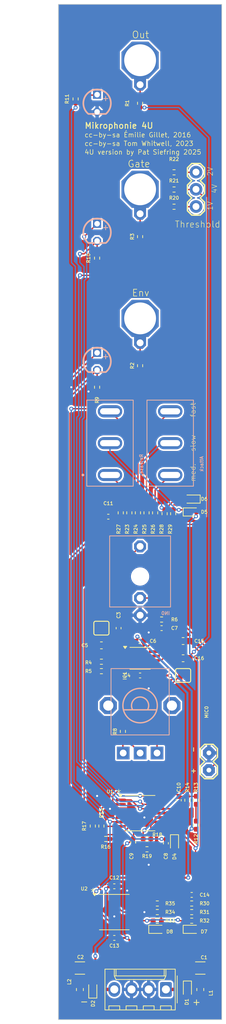
<source format=kicad_pcb>
(kicad_pcb (version 20240108) (generator "pcbnew") (generator_version "8.0")
  (layers (0 "F.Cu" signal) (31 "B.Cu" signal) (34 "B.Paste" user) (35 "F.Paste" user) (36 "B.SilkS" user "B.Silkscreen") (37 "F.SilkS" user "F.Silkscreen") (38 "B.Mask" user) (39 "F.Mask" user) (44 "Edge.Cuts" user))
  (net 0 "")
  (net 1 "GND")
  (net 2 "VEE")
  (net 3 "VCC")
  (net 4 "N$6")
  (net 5 "N$20")
  (net 6 "N$22")
  (net 7 "N$44")
  (net 8 "N$7")
  (net 9 "AMP_OUT")
  (net 10 "N$5")
  (net 11 "N$11")
  (net 12 "N$12")
  (net 13 "N$3")
  (net 14 "N$14")
  (net 15 "FULL_WAVE_RECT")
  (net 16 "N$18")
  (net 17 "N$19")
  (net 18 "N$21")
  (net 19 "N$23")
  (net 20 "N$24")
  (net 21 "N$25")
  (net 22 "N$26")
  (net 23 "ENVELOPE")
  (net 24 "N$16")
  (net 25 "N$30")
  (net 26 "N$17")
  (net 27 "~{GATE}")
  (net 28 "N$32")
  (net 29 "N$33")
  (net 30 "N$35")
  (net 31 "N$36")
  (net 32 "N$8")
  (net 33 "N$27")
  (net 34 "N$37")
  (net 35 "N$38")
  (net 36 "GATE")
  (net 37 "N$28")
  (net 38 "N$31")
  (net 39 "CLIP")
  (net 40 "N$2")
  (net 41 "N$4")
  (net 42 "N$39")
  (net 43 "N$9")
  (net 44 "N$13")
  (net 45 "N$10")
  (net 46 "AMP_OUT_AC")
  (net 47 "N$15")
  (footprint "Resistor_SMD:R_0402_1005Metric_Pad0.72x0.64mm_HandSolder" (layer "F.Cu") (at 102.87 160.655 180)
    (property "Reference" "R31")
    (property "Value" "200k")
  )
  (footprint "Resistor_SMD:R_0402_1005Metric_Pad0.72x0.64mm_HandSolder" (layer "F.Cu") (at 92.391 101.727 -90)
    (property "Reference" "R27")
    (property "Value" "1.0M")
  )
  (footprint "Resistor_SMD:R_0402_1005Metric_Pad0.72x0.64mm_HandSolder" (layer "F.Cu") (at 102.87 161.925 180)
    (property "Reference" "R32")
    (property "Value" "200k")
  )
  (footprint "Resistor_SMD:R_0402_1005Metric_Pad0.72x0.64mm_HandSolder" (layer "F.Cu") (at 98.425 117.475)
    (property "Reference" "R6")
    (property "Value" "10k")
  )
  (footprint "Capacitor_SMD:C_0603_1608Metric_Pad1.08x0.95mm_HandSolder" (layer "F.Cu") (at 89.535 121.285 180)
    (property "Reference" "C5")
    (property "Value" "4.7u" (hide yes))
  )
  (footprint "Resistor_SMD:R_0402_1005Metric_Pad0.72x0.64mm_HandSolder" (layer "F.Cu") (at 88.9 64.135 90)
    (property "Reference" "R10")
    (property "Value" "LED")
  )
  (footprint "Resistor_SMD:R_0402_1005Metric_Pad0.72x0.64mm_HandSolder" (layer "F.Cu") (at 89.535 123.698 180)
    (property "Reference" "R4")
    (property "Value" "10k")
  )
  (footprint "Capacitor_SMD:C_0603_1608Metric_Pad1.08x0.95mm_HandSolder" (layer "F.Cu") (at 101.6 120.65)
    (property "Reference" "C15")
    (property "Value" "4.7u" (hide yes))
  )
  (footprint "Capacitor_SMD:C_0402_1005Metric_Pad0.74x0.62mm_HandSolder" (layer "F.Cu") (at 95.25 125.73 180)
    (property "Reference" "C4")
    (property "Value" "100n")
  )
  (footprint "Resistor_SMD:R_0402_1005Metric_Pad0.72x0.64mm_HandSolder" (layer "F.Cu") (at 100.138 101.854 -90)
    (property "Reference" "R29")
    (property "Value" "100k")
  )
  (footprint "Capacitor_SMD:C_0402_1005Metric_Pad0.74x0.62mm_HandSolder" (layer "F.Cu") (at 91.44 164.465 180)
    (property "Reference" "C13")
    (property "Value" "100n")
  )
  (footprint "Resistor_SMD:R_0402_1005Metric_Pad0.72x0.64mm_HandSolder" (layer "F.Cu") (at 88.9 83.185 -90)
    (property "Reference" "R9")
    (property "Value" "LED")
  )
  (footprint "Inductor_SMD:L_0603_1608Metric_Pad1.05x0.95mm_HandSolder" (layer "F.Cu") (at 86.36 172.085 -90)
    (property "Reference" "L2")
    (property "Value" "")
  )
  (footprint "Resistor_SMD:R_0402_1005Metric_Pad0.72x0.64mm_HandSolder" (layer "F.Cu") (at 102.87 159.385)
    (property "Reference" "R30")
    (property "Value" "200k")
  )
  (footprint "Capacitor_SMD:C_0402_1005Metric_Pad0.74x0.62mm_HandSolder" (layer "F.Cu") (at 96.266 149.86 180)
    (property "Reference" "R18")
    (property "Value" "20k")
  )
  (footprint "Resistor_SMD:R_0402_1005Metric_Pad0.72x0.64mm_HandSolder" (layer "F.Cu") (at 97.471 101.727 -90)
    (property "Reference" "R26")
    (property "Value" "20k")
  )
  (footprint "Resistor_SMD:R_0402_1005Metric_Pad0.72x0.64mm_HandSolder" (layer "F.Cu") (at 96.266 151.384)
    (property "Reference" "R19")
    (property "Value" "100k")
  )
  (footprint "Capacitor_SMD:C_0402_1005Metric_Pad0.74x0.62mm_HandSolder" (layer "F.Cu") (at 90.5535 102.2945 180)
    (property "Reference" "C11")
    (property "Value" "1u")
  )
  (footprint "Diode_SMD:D_SOD-523" (layer "F.Cu") (at 102.87 163.195)
    (property "Reference" "D7")
    (property "Value" "1N4148" (hide yes))
  )
  (footprint "Package_SO:TSSOP-14_4.4x5mm_P0.65mm" (layer "F.Cu") (at 95.25 146.05)
    (property "Reference" "U1")
    (property "Value" "LM324")
  )
  (footprint "Capacitor_SMD:C_0402_1005Metric_Pad0.74x0.62mm_HandSolder" (layer "F.Cu") (at 100.965 144.145 -90)
    (property "Reference" "C10")
    (property "Value" "68p")
  )
  (footprint "Resistor_SMD:R_0402_1005Metric_Pad0.72x0.64mm_HandSolder" (layer "F.Cu") (at 100.2625 56.5468 180)
    (property "Reference" "R20")
    (property "Value" "100k")
  )
  (footprint "Capacitor_SMD:C_1206_3216Metric_Pad1.33x1.80mm_HandSolder" (layer "F.Cu") (at 104.14 168.91)
    (property "Reference" "C1")
    (property "Value" "22u" (hide yes))
  )
  (footprint "Capacitor_SMD:C_0402_1005Metric_Pad0.74x0.62mm_HandSolder" (layer "F.Cu") (at 92.075 118.745 90)
    (property "Reference" "C3")
    (property "Value" "68p")
  )
  (footprint "Resistor_SMD:R_0402_1005Metric_Pad0.72x0.64mm_HandSolder" (layer "F.Cu") (at 103.505 144.145 90)
    (property "Reference" "R13")
    (property "Value" "200k")
  )
  (footprint "mikrophonie_2023:SMT-JUMPER_2_NO_SILK_528" (layer "F.Cu") (at 101.6 125.73)
    (property "Reference" "JP6" (hide yes))
    (property "Value" "JUMPER-SMT_2_NO_SILK" (hide yes))
  )
  (footprint "Resistor_SMD:R_0402_1005Metric_Pad0.72x0.64mm_HandSolder" (layer "F.Cu") (at 102.235 144.145 -90)
    (property "Reference" "R14")
    (property "Value" "200k")
  )
  (footprint "Resistor_SMD:R_0402_1005Metric_Pad0.72x0.64mm_HandSolder" (layer "F.Cu") (at 93.661 101.727 -90)
    (property "Reference" "R23")
    (property "Value" "100k")
  )
  (footprint "Capacitor_SMD:C_0402_1005Metric_Pad0.74x0.62mm_HandSolder" (layer "F.Cu") (at 95.1825 120.65 180)
    (property "Reference" "C6")
    (property "Value" "100n")
  )
  (footprint "Library:BananaJackHookup" (layer "F.Cu") (at 95.25 73.025)
    (property "Reference" "REF**" (hide yes))
    (property "Value" "BananaJackHookup" (hide yes))
  )
  (footprint "Capacitor_SMD:C_0402_1005Metric_Pad0.74x0.62mm_HandSolder" (layer "F.Cu") (at 102.87 158.115)
    (property "Reference" "C14")
    (property "Value" "1.0n")
  )
  (footprint "Library:BananaJackHookup" (layer "F.Cu") (at 95.25 53.975)
    (property "Reference" "REF**" (hide yes))
    (property "Value" "BananaJackHookup" (hide yes))
  )
  (footprint "Package_SO:TSSOP-14_4.4x5mm_P0.65mm" (layer "F.Cu") (at 91.44 160.655)
    (property "Reference" "U2")
    (property "Value" "LM324")
  )
  (footprint "Diode_SMD:D_SOD-523" (layer "F.Cu") (at 88.265 172.085 90)
    (property "Reference" "D2")
    (property "Value" "PMEG2010AEB" (hide yes))
  )
  (footprint "Capacitor_SMD:C_1206_3216Metric_Pad1.33x1.80mm_HandSolder" (layer "F.Cu") (at 86.36 168.91)
    (property "Reference" "C2")
    (property "Value" "22u" (hide yes))
  )
  (footprint "Resistor_SMD:R_0402_1005Metric_Pad0.72x0.64mm_HandSolder" (layer "F.Cu") (at 95.25 60.96 90)
    (property "Reference" "R3")
    (property "Value" "510")
  )
  (footprint "Resistor_SMD:R_0402_1005Metric_Pad0.72x0.64mm_HandSolder" (layer "F.Cu") (at 95.25 80.01 90)
    (property "Reference" "R2")
    (property "Value" "510")
  )
  (footprint "Package_SO:MSOP-8_3x3mm_P0.65mm" (layer "F.Cu") (at 95.25 123.19)
    (property "Reference" "IC1")
    (property "Value" "OPA1641" (hide yes))
  )
  (footprint "Resistor_SMD:R_0402_1005Metric_Pad0.72x0.64mm_HandSolder" (layer "F.Cu") (at 96.201 101.727 -90)
    (property "Reference" "R25")
    (property "Value" "2.7k")
  )
  (footprint "Resistor_SMD:R_0402_1005Metric_Pad0.72x0.64mm_HandSolder" (layer "F.Cu") (at 95.25 41.275 90)
    (property "Reference" "R1")
    (property "Value" "510")
  )
  (footprint "Resistor_SMD:R_0402_1005Metric_Pad0.72x0.64mm_HandSolder" (layer "F.Cu") (at 98.868 101.854 -90)
    (property "Reference" "R28")
    (property "Value" "430k")
  )
  (footprint "Capacitor_SMD:C_0402_1005Metric_Pad0.74x0.62mm_HandSolder" (layer "F.Cu") (at 91.44 156.845 180)
    (property "Reference" "C12")
    (property "Value" "100n")
  )
  (footprint "Inductor_SMD:L_0603_1608Metric_Pad1.05x0.95mm_HandSolder" (layer "F.Cu") (at 104.14 172.085 -90)
    (property "Reference" "L1")
    (property "Value" "")
  )
  (footprint "Resistor_SMD:R_0402_1005Metric_Pad0.72x0.64mm_HandSolder" (layer "F.Cu") (at 89.535 125.095 180)
    (property "Reference" "R5")
    (property "Value" "1.0M")
  )
  (footprint "Capacitor_SMD:C_0402_1005Metric_Pad0.74x0.62mm_HandSolder" (layer "F.Cu") (at 99.06 150.495 -90)
    (property "Reference" "C8")
    (property "Value" "1u")
  )
  (footprint "Resistor_SMD:R_0402_1005Metric_Pad0.72x0.64mm_HandSolder" (layer "F.Cu") (at 89.535 147.955 90)
    (property "Reference" "R15")
    (property "Value" "200k")
  )
  (footprint "Resistor_SMD:R_0402_1005Metric_Pad0.72x0.64mm_HandSolder" (layer "F.Cu") (at 103.505 147.828 -90)
    (property "Reference" "R12")
    (property "Value" "100k")
  )
  (footprint "Library:BananaJackHookup" (layer "F.Cu") (at 95.25 34.925)
    (property "Reference" "REF**" (hide yes))
    (property "Value" "BananaJackHookup" (hide yes))
  )
  (footprint "Diode_SMD:D_SOD-523" (layer "F.Cu") (at 97.79 163.195)
    (property "Reference" "D8")
    (property "Value" "1N4148" (hide yes))
  )
  (footprint "Capacitor_SMD:C_0603_1608Metric_Pad1.08x0.95mm_HandSolder" (layer "F.Cu") (at 101.6 123.19)
    (property "Reference" "C16")
    (property "Value" "4.7u" (hide yes))
  )
  (footprint "Resistor_SMD:R_0402_1005Metric_Pad0.72x0.64mm_HandSolder" (layer "F.Cu") (at 100.2625 51.4668 180)
    (property "Reference" "R22")
    (property "Value" "20k")
  )
  (footprint "mikrophonie_2023:1X02_TINY" (layer "F.Cu") (at 105.41 137.16 -90)
    (property "Reference" "MIC0")
    (property "Value" "")
  )
  (footprint "mikrophonie_2023:1X03" (layer "F.Cu") (at 103.505 51.435 -90)
    (property "Reference" "JP2" (hide yes))
    (property "Value" "")
  )
  (footprint "Resistor_SMD:R_0402_1005Metric_Pad0.72x0.64mm_HandSolder" (layer "F.Cu") (at 90.17 149.86 180)
    (property "Reference" "R16")
    (property "Value" "200k")
  )
  (footprint "Resistor_SMD:R_0402_1005Metric_Pad0.72x0.64mm_HandSolder" (layer "F.Cu") (at 94.931 101.727 -90)
    (property "Reference" "R24")
    (property "Value" "10k")
  )
  (footprint "Resistor_SMD:R_0402_1005Metric_Pad0.72x0.64mm_HandSolder" (layer "F.Cu") (at 92.71 133.985 90)
    (property "Reference" "R8")
    (property "Value" "510")
  )
  (footprint "Resistor_SMD:R_0402_1005Metric_Pad0.72x0.64mm_HandSolder" (layer "F.Cu") (at 85.725 40.64 -90)
    (property "Reference" "R11")
    (property "Value" "LED")
  )
  (footprint "Diode_SMD:D_SOD-523" (layer "F.Cu") (at 102.87 99.695 180)
    (property "Reference" "D6")
    (property "Value" "1N4148" (hide yes))
  )
  (footprint "Capacitor_SMD:C_0402_1005Metric_Pad0.74x0.62mm_HandSolder" (layer "F.Cu") (at 94.234 150.368 -90)
    (property "Reference" "C9")
    (property "Value" "100n")
  )
  (footprint "Connector_Molex:Molex_KK-254_AE-6410-04A_1x04_P2.54mm_Vertical" (layer "F.Cu") (at 99.06 172.065 180)
    (property "Reference" "REF**" (hide yes))
    (property "Value" "Molex_KK-254_AE-6410-04A_1x04_P2.54mm_Vertical" (hide yes))
  )
  (footprint "Resistor_SMD:R_0402_1005Metric_Pad0.72x0.64mm_HandSolder" (layer "F.Cu") (at 97.79 161.925)
    (property "Reference" "R33")
    (property "Value" "100k")
  )
  (footprint "Resistor_SMD:R_0402_1005Metric_Pad0.72x0.64mm_HandSolder" (layer "F.Cu") (at 100.2625 54.0068 180)
    (property "Reference" "R21")
    (property "Value" "100k")
  )
  (footprint "mikrophonie_2023:SMT-JUMPER_2_NO_SILK_528" (layer "F.Cu") (at 89.535 118.745 180)
    (property "Reference" "JP5" (hide yes))
    (property "Value" "JUMPER-SMT_2_NO_SILK" (hide yes))
  )
  (footprint "Capacitor_SMD:C_0402_1005Metric_Pad0.74x0.62mm_HandSolder" (layer "F.Cu") (at 98.425 118.745)
    (property "Reference" "C7")
    (property "Value" "22p")
  )
  (footprint "Resistor_SMD:R_0402_1005Metric_Pad0.72x0.64mm_HandSolder" (layer "F.Cu") (at 88.265 147.955 90)
    (property "Reference" "R17")
    (property "Value" "200k")
  )
  (footprint "Diode_SMD:D_SOD-523" (layer "F.Cu") (at 102.87 101.6)
    (property "Reference" "D5")
    (property "Value" "1N4148" (hide yes))
  )
  (footprint "Resistor_SMD:R_0402_1005Metric_Pad0.72x0.64mm_HandSolder" (layer "F.Cu") (at 97.79 159.385 180)
    (property "Reference" "R35")
    (property "Value" "100k")
  )
  (footprint "Resistor_SMD:R_0402_1005Metric_Pad0.72x0.64mm_HandSolder" (layer "F.Cu") (at 97.79 160.655 180)
    (property "Reference" "R34")
    (property "Value" "100k")
  )
  (footprint "Diode_SMD:D_SOD-523" (layer "F.Cu") (at 100.33 150.495 -90)
    (property "Reference" "D4")
    (property "Value" "1N4148" (hide yes))
  )
  (footprint "Diode_SMD:D_SOD-523" (layer "F.Cu") (at 102.235 172.085 -90)
    (property "Reference" "D1")
    (property "Value" "PMEG2010AEB" (hide yes))
  )
  (footprint "mikrophonie_2023:LED3MM" (layer "B.Cu") (at 88.9 41.275 -90)
    (property "Reference" "LED1" (hide yes))
    (property "Value" "WP710A10SEC/J3" (hide yes))
  )
  (footprint "mikrophonie_2023:LED3MM" (layer "B.Cu") (at 88.9 60.325 -90)
    (property "Reference" "LED3_GATE0" (hide yes))
    (property "Value" "WP710A10SEC/J4" (hide yes))
  )
  (footprint "mikrophonie_2023:ALPS_POT_VERTICAL_PS" (layer "B.Cu") (at 95.25 130.175)
    (property "Reference" "R7" (hide yes))
    (property "Value" "100kB")
  )
  (footprint "mikrophonie_2023:WQP_PJ_301M6" (layer "B.Cu") (at 95.25 111.125 180)
    (property "Reference" "IN0")
    (property "Value" "PJ301_THONKICONN6" (hide yes))
  )
  (footprint "Library:PanelMountSwitch4.7mm" (layer "B.Cu") (at 99.695 91.44 90)
    (property "Reference" "Attack")
    (property "Value" "PanelMountSwitch4.7mm")
  )
  (footprint "mikrophonie_2023:LED3MM" (layer "B.Cu") (at 88.9 79.375 -90)
    (property "Reference" "LED2_ENV0" (hide yes))
    (property "Value" "AOL-3MWY4" (hide yes))
  )
  (footprint "Library:PanelMountSwitch4.7mm" (layer "B.Cu") (at 90.805 91.44 90)
    (property "Reference" "Release")
    (property "Value" "PanelMountSwitch4.7mm")
  )
  (gr_rect (start 83.185 26.67) (end 107.315 176.53) (stroke (width 0.1)) (fill none) (layer "Edge.Cuts"))
  (gr_text "-" (at 103.505 137.16 90) (layer "F.SilkS") (effects (font (size 0.69088 0.69088) (thickness 0.12192)) (justify left bottom)))
  (gr_text "Threshold" (at 100.33 59.69 0) (layer "F.SilkS") (effects (font (size 0.93472 0.93472) (thickness 0.08128)) (justify left bottom)))
  (gr_text "4U version by Pat Siefring 2025" (at 86.995 48.895 0) (layer "F.SilkS") (effects (font (size 0.692912 0.692912) (thickness 0.094488)) (justify left bottom)))
  (gr_text "med." (at 103.505 97.155 -270) (layer "F.SilkS") (effects (font (size 0.747776 0.747776) (thickness 0.065024)) (justify left bottom)))
  (gr_text "4V" (at 106.68 54.61 90) (layer "F.SilkS") (effects (font (size 0.747776 0.747776) (thickness 0.065024)) (justify left bottom)))
  (gr_text "2V" (at 106.045 52.07 90) (layer "F.SilkS") (effects (font (size 0.747776 0.747776) (thickness 0.065024)) (justify left bottom)))
  (gr_text "Mikrophonie 4U" (at 86.995 45.085 0) (layer "F.SilkS") (effects (font (size 0.8636 0.8636) (thickness 0.1524)) (justify left bottom)))
  (gr_text "+" (at 103.505 173.99 90) (layer "F.SilkS") (effects (font (size 1 1) (thickness 0.12192))))
  (gr_text "cc-by-sa Émilie Gillet, 2016" (at 86.995 46.355 -0) (layer "F.SilkS") (effects (font (size 0.692912 0.692912) (thickness 0.094488)) (justify left bottom)))
  (gr_text "slow" (at 103.505 92.71 -270) (layer "F.SilkS") (effects (font (size 0.747776 0.747776) (thickness 0.065024)) (justify left bottom)))
  (gr_text "1V" (at 106.045 57.15 90) (layer "F.SilkS") (effects (font (size 0.747776 0.747776) (thickness 0.065024)) (justify left bottom)))
  (gr_text "+" (at 103.505 140.335 90) (layer "F.SilkS") (effects (font (size 0.69088 0.69088) (thickness 0.12192)) (justify left bottom)))
  (gr_text "-" (at 86.995 173.99 180) (layer "F.SilkS") (effects (font (size 1 1) (thickness 0.12192))))
  (gr_text "cc-by-sa Tom Whitwell, 2023" (at 86.995 47.625 -0) (layer "F.SilkS") (effects (font (size 0.692912 0.692912) (thickness 0.094488)) (justify left bottom)))
  (gr_text "fast" (at 103.505 87.63 -270) (layer "F.SilkS") (effects (font (size 0.747776 0.747776) (thickness 0.065024)) (justify left bottom)))
  (via (at 88.9 143.51) (size 0.6) (drill 0.3) (layers "F.Cu" "B.Cu") (net 1))
  (via (at 95.885 146.685) (size 0.6) (drill 0.3) (layers "F.Cu" "B.Cu") (net 1))
  (via (at 90.805 145.415) (size 0.6) (drill 0.3) (layers "F.Cu" "B.Cu") (net 1))
  (via (at 96.52 153.67) (size 0.6) (drill 0.3) (layers "F.Cu" "B.Cu") (net 1))
  (via (at 93.345 157.48) (size 0.6) (drill 0.3) (layers "F.Cu" "B.Cu") (net 1))
  (via (at 95.885 160.655) (size 0.6) (drill 0.3) (layers "F.Cu" "B.Cu") (net 1))
  (via (at 96.52 127.635) (size 0.6) (drill 0.3) (layers "F.Cu" "B.Cu") (net 1))
  (via (at 85.09 83.185) (size 0.6) (drill 0.3) (layers "F.Cu" "B.Cu") (net 1))
  (via (at 91.44 161.29) (size 0.6) (drill 0.3) (layers "F.Cu" "B.Cu") (net 1))
  (via (at 96.52 119.38) (size 0.6) (drill 0.3) (layers "F.Cu" "B.Cu") (net 1))
  (via (at 87.63 83.82) (size 0.6) (drill 0.3) (layers "F.Cu" "B.Cu") (net 1))
  (segment (start 95.0111 123.4289) (end 94.275 124.165) (width 0.2) (layer "F.Cu") (net 2))
  (segment (start 86.36 171.185) (end 86.36 170.31) (width 0.5) (layer "F.Cu") (net 2))
  (segment (start 88.646 167.132) (end 88.646 168.024) (width 0.3) (layer "F.Cu") (net 2))
  (segment (start 94.275 124.165) (end 92.85 124.165) (width 0.2) (layer "F.Cu") (net 2))
  (segment (start 92.71 160.655) (end 94.3025 160.655) (width 0.2) (layer "F.Cu") (net 2))
  (segment (start 102.87 148.336) (end 103.4455 148.336) (width 0.3) (layer "F.Cu") (net 2))
  (segment (start 94.851027 120.413973) (end 94.615 120.65) (width 0.3) (layer "F.Cu") (net 2))
  (segment (start 90.8725 156.845) (end 90.6024 156.845) (width 0.3) (layer "F.Cu") (net 2))
  (segment (start 94.615 120.65) (end 95.25 121.285) (width 0.2) (layer "F.Cu") (net 2))
  (segment (start 88.646 168.024) (end 87.76 168.91) (width 0.3) (layer "F.Cu") (net 2))
  (segment (start 90.8725 158.8175) (end 92.71 160.655) (width 0.2) (layer "F.Cu") (net 2))
  (segment (start 90.6024 156.845) (end 90.2214 157.226) (width 0.3) (layer "F.Cu") (net 2))
  (segment (start 86.36 170.31) (end 87.76 168.91) (width 0.5) (layer "F.Cu") (net 2))
  (segment (start 95.0111 122.257439) (end 95.0111 123.4289) (width 0.2) (layer "F.Cu") (net 2))
  (segment (start 102.362 155.575) (end 92.1425 155.575) (width 0.3) (layer "F.Cu") (net 2))
  (segment (start 95.25 121.285) (end 95.25 122.018539) (width 0.2) (layer "F.Cu") (net 2))
  (segment (start 90.8725 156.845) (end 90.8725 158.8175) (width 0.2) (layer "F.Cu") (net 2))
  (segment (start 95.25 122.018539) (end 95.0111 122.257439) (width 0.2) (layer "F.Cu") (net 2))
  (segment (start 94.851027 119.997027) (end 94.851027 120.413973) (width 0.3) (layer "F.Cu") (net 2))
  (segment (start 103.4455 148.336) (end 103.505 148.3955) (width 0.3) (layer "F.Cu") (net 2))
  (segment (start 92.1425 155.575) (end 90.8725 156.845) (width 0.3) (layer "F.Cu") (net 2))
  (via (at 102.362 155.575) (size 0.6) (drill 0.3) (layers "F.Cu" "B.Cu") (net 2))
  (via (at 94.851027 119.997027) (size 0.6) (drill 0.3) (layers "F.Cu" "B.Cu") (net 2))
  (via (at 102.87 148.336) (size 0.6) (drill 0.3) (layers "F.Cu" "B.Cu") (net 2))
  (via (at 88.646 167.132) (size 0.6) (drill 0.3) (layers "F.Cu" "B.Cu") (net 2))
  (via (at 90.2214 157.226) (size 0.6) (drill 0.3) (layers "F.Cu" "B.Cu") (net 2))
  (segment (start 88.646 167.132) (end 88.646 165.862) (width 0.3) (layer "B.Cu") (net 2))
  (segment (start 90.2214 157.226) (end 90.17 157.2774) (width 0.3) (layer "B.Cu") (net 2))
  (segment (start 102.87 148.336) (end 102.87 128.016) (width 0.3) (layer "B.Cu") (net 2))
  (segment (start 90.17 164.338) (end 88.646 165.862) (width 0.3) (layer "B.Cu") (net 2))
  (segment (start 102.87 128.016) (end 94.851027 119.997027) (width 0.3) (layer "B.Cu") (net 2))
  (segment (start 90.17 157.2774) (end 90.17 164.338) (width 0.3) (layer "B.Cu") (net 2))
  (segment (start 102.362 155.575) (end 102.362 148.844) (width 0.3) (layer "B.Cu") (net 2))
  (segment (start 102.362 148.844) (end 102.87 148.336) (width 0.3) (layer "B.Cu") (net 2))
  (segment (start 94.1745 149.86) (end 94.234 149.8005) (width 0.2) (layer "F.Cu") (net 3))
  (segment (start 104.14 171.185) (end 104.14 170.31) (width 0.5) (layer "F.Cu") (net 3))
  (segment (start 95.8175 125.73) (end 95.8175 123.6418) (width 0.2) (layer "F.Cu") (net 3))
  (segment (start 95.6985 149.86) (end 95.6985 148.7765) (width 0.2) (layer "F.Cu") (net 3))
  (segment (start 92.0075 164.465) (end 93.345 164.465) (width 0.3) (layer "F.Cu") (net 3))
  (segment (start 94.2935 149.86) (end 95.6985 149.86) (width 0.2) (layer "F.Cu") (net 3))
  (segment (start 94.2935 149.86) (end 94.2935 147.218501) (width 0.2) (layer "F.Cu") (net 3))
  (segment (start 90.7375 149.86) (end 94.1745 149.86) (width 0.2) (layer "F.Cu") (net 3))
  (segment (start 93.345 164.465) (end 93.98 165.1) (width 0.3) (layer "F.Cu") (net 3))
  (segment (start 99.660234 125.73) (end 95.8175 125.73) (width 0.3) (layer "F.Cu") (net 3))
  (segment (start 93.5395 150.495) (end 94.234 149.8005) (width 0.2) (layer "F.Cu") (net 3))
  (segment (start 95.8175 123.6418) (end 96.5943 122.865) (width 0.2) (layer "F.Cu") (net 3))
  (segment (start 93.124999 146.05) (end 92.3875 146.05) (width 0.2) (layer "F.Cu") (net 3))
  (segment (start 89.314999 160.655) (end 88.5775 160.655) (width 0.2) (layer "F.Cu") (net 3))
  (segment (start 94.2935 147.218501) (end 93.124999 146.05) (width 0.2) (layer "F.Cu") (net 3))
  (segment (start 99.677617 125.747383) (end 99.660234 125.73) (width 0.2) (layer "F.Cu") (net 3))
  (segment (start 95.6985 148.7765) (end 95.885 148.59) (width 0.2) (layer "F.Cu") (net 3))
  (segment (start 93.98 165.1) (end 98.93 165.1) (width 0.3) (layer "F.Cu") (net 3))
  (segment (start 92.0075 163.347501) (end 89.314999 160.655) (width 0.2) (layer "F.Cu") (net 3))
  (segment (start 93.345 150.495) (end 93.5395 150.495) (width 0.2) (layer "F.Cu") (net 3))
  (segment (start 104.14 170.31) (end 102.74 168.91) (width 0.5) (layer "F.Cu") (net 3))
  (segment (start 98.93 165.1) (end 102.74 168.91) (width 0.3) (layer "F.Cu") (net 3))
  (segment (start 96.5943 122.865) (end 97.65 122.865) (width 0.2) (layer "F.Cu") (net 3))
  (segment (start 92.0075 164.465) (end 92.0075 163.347501) (width 0.2) (layer "F.Cu") (net 3))
  (via (at 93.345 150.495) (size 0.6) (drill 0.3) (layers "F.Cu" "B.Cu") (net 3))
  (via (at 93.345 164.465) (size 0.6) (drill 0.3) (layers "F.Cu" "B.Cu") (net 3))
  (via (at 95.885 148.59) (size 0.6) (drill 0.3) (layers "F.Cu" "B.Cu") (net 3))
  (via (at 99.677617 125.747383) (size 0.6) (drill 0.3) (layers "F.Cu" "B.Cu") (net 3))
  (segment (start 102.235 142.24) (end 102.235 128.304766) (width 0.3) (layer "B.Cu") (net 3))
  (segment (start 102.235 128.304766) (end 99.677617 125.747383) (width 0.3) (layer "B.Cu") (net 3))
  (segment (start 92.71 163.83) (end 92.71 151.13) (width 0.2) (layer "B.Cu") (net 3))
  (segment (start 95.885 148.59) (end 102.235 142.24) (width 0.3) (layer "B.Cu") (net 3))
  (segment (start 93.345 164.465) (end 92.71 163.83) (width 0.2) (layer "B.Cu") (net 3))
  (segment (start 92.71 151.13) (end 93.345 150.495) (width 0.2) (layer "B.Cu") (net 3))
  (segment (start 99.06 172.065) (end 101.515 172.065) (width 0.5) (layer "F.Cu") (net 4))
  (segment (start 101.515 172.065) (end 102.235 172.785) (width 0.5) (layer "F.Cu") (net 4))
  (segment (start 88.885 172.065) (end 88.265 172.685) (width 0.5) (layer "F.Cu") (net 5))
  (segment (start 91.44 172.065) (end 88.885 172.065) (width 0.5) (layer "F.Cu") (net 5))
  (segment (start 102.84 171.485) (end 104.14 172.785) (width 0.5) (layer "F.Cu") (net 6))
  (segment (start 102.235 171.485) (end 102.84 171.485) (width 0.5) (layer "F.Cu") (net 6))
  (segment (start 88.265 171.385) (end 87.76 171.385) (width 0.5) (layer "F.Cu") (net 7))
  (segment (start 87.76 171.385) (end 86.36 172.785) (width 0.5) (layer "F.Cu") (net 7))
  (segment (start 97.7564 114.3) (end 106.6022 123.1458) (width 0.2) (layer "F.Cu") (net 8))
  (segment (start 95.25 114.3) (end 97.7564 114.3) (width 0.2) (layer "F.Cu") (net 8))
  (segment (start 106.6022 123.1458) (end 106.6022 138.5078) (width 0.2) (layer "F.Cu") (net 8))
  (segment (start 106.6022 138.5078) (end 105.41 139.7) (width 0.2) (layer "F.Cu") (net 8))
  (segment (start 97.75 137.175) (end 97.75 129.1736) (width 0.2) (layer "F.Cu") (net 9))
  (segment (start 99.3 123.19) (end 98.9925 122.8825) (width 0.2) (layer "F.Cu") (net 9))
  (segment (start 100.75 123.19) (end 99.3 123.19) (width 0.2) (layer "F.Cu") (net 9))
  (segment (start 98.9925 122.8825) (end 98.36 123.515) (width 0.2) (layer "F.Cu") (net 9))
  (segment (start 100.75 120.65) (end 100.75 123.19) (width 0.2) (layer "F.Cu") (net 9))
  (segment (start 98.9925 118.745) (end 98.9925 122.8825) (width 0.2) (layer "F.Cu") (net 9))
  (segment (start 100.75 123.19) (end 100.75 125.2864) (width 0.2) (layer "F.Cu") (net 9))
  (segment (start 98.36 123.515) (end 97.65 123.515) (width 0.2) (layer "F.Cu") (net 9))
  (segment (start 97.75 129.1736) (end 101.1936 125.73) (width 0.2) (layer "F.Cu") (net 9))
  (segment (start 100.75 125.2864) (end 101.1936 125.73) (width 0.2) (layer "F.Cu") (net 9))
  (segment (start 102.540998 164.224002) (end 103.57 163.195) (width 0.2) (layer "F.Cu") (net 10))
  (segment (start 94.8925 163.195) (end 97.19 163.195) (width 0.2) (layer "F.Cu") (net 10))
  (segment (start 97.19 163.195) (end 98.219002 164.224002) (width 0.2) (layer "F.Cu") (net 10))
  (segment (start 98.219002 164.224002) (end 102.540998 164.224002) (width 0.2) (layer "F.Cu") (net 10))
  (segment (start 94.3025 162.605) (end 94.8925 163.195) (width 0.2) (layer "F.Cu") (net 10))
  (segment (start 96.266 161.925) (end 94.3325 161.925) (width 0.2) (layer "F.Cu") (net 11))
  (segment (start 94.3325 161.925) (end 94.3025 161.955) (width 0.2) (layer "F.Cu") (net 11))
  (segment (start 102.17 161.925) (end 102.17 163.095) (width 0.2) (layer "F.Cu") (net 11))
  (segment (start 100.965 161.925) (end 102.17 161.925) (width 0.2) (layer "F.Cu") (net 11))
  (segment (start 97.2225 161.925) (end 96.266 161.925) (width 0.2) (layer "F.Cu") (net 11))
  (segment (start 100.838 161.798) (end 100.965 161.925) (width 0.2) (layer "F.Cu") (net 11))
  (segment (start 102.17 163.095) (end 102.27 163.195) (width 0.2) (layer "F.Cu") (net 11))
  (via (at 100.838 161.798) (size 0.6) (drill 0.3) (layers "F.Cu" "B.Cu") (net 11))
  (via (at 96.266 161.925) (size 0.6) (drill 0.3) (layers "F.Cu" "B.Cu") (net 11))
  (segment (start 96.393 161.798) (end 96.266 161.925) (width 0.2) (layer "B.Cu") (net 11))
  (segment (start 100.838 161.798) (end 96.393 161.798) (width 0.2) (layer "B.Cu") (net 11))
  (segment (start 98.3575 161.925) (end 98.3575 163.0625) (width 0.2) (layer "F.Cu") (net 12))
  (segment (start 98.3575 163.0625) (end 98.49 163.195) (width 0.2) (layer "F.Cu") (net 12))
  (segment (start 98.3575 160.655) (end 98.3575 159.385) (width 0.2) (layer "F.Cu") (net 12))
  (segment (start 98.3575 161.925) (end 98.3575 160.655) (width 0.2) (layer "F.Cu") (net 12))
  (segment (start 95.25 40.7075) (end 95.25 38.535) (width 0.2) (layer "F.Cu") (net 13))
  (segment (start 97.2225 159.385) (end 94.3325 159.385) (width 0.2) (layer "F.Cu") (net 14))
  (segment (start 98.4925 158.115) (end 97.2225 159.385) (width 0.2) (layer "F.Cu") (net 14))
  (segment (start 102.3025 159.385) (end 102.3025 160.655) (width 0.2) (layer "F.Cu") (net 14))
  (segment (start 97.2225 159.385) (end 97.2225 160.655) (width 0.2) (layer "F.Cu") (net 14))
  (segment (start 94.3325 159.385) (end 94.3025 159.355) (width 0.2) (layer "F.Cu") (net 14))
  (segment (start 102.3025 159.385) (end 102.3025 158.115) (width 0.2) (layer "F.Cu") (net 14))
  (segment (start 102.3025 158.115) (end 98.4925 158.115) (width 0.2) (layer "F.Cu") (net 14))
  (segment (start 103.4375 151.225889) (end 103.4375 151.0625) (width 0.2) (layer "F.Cu") (net 15))
  (segment (start 103.505 101.665) (end 103.57 101.6) (width 0.2) (layer "F.Cu") (net 15))
  (segment (start 103.57 99.695) (end 103.57 101.6) (width 0.2) (layer "F.Cu") (net 15))
  (segment (start 99.075 146.7) (end 98.1125 146.7) (width 0.2) (layer "F.Cu") (net 15))
  (segment (start 103.4375 158.115) (end 103.4375 151.225889) (width 0.2) (layer "F.Cu") (net 15))
  (segment (start 95.5057 157.5018) (end 94.3025 158.705) (width 0.2) (layer "F.Cu") (net 15))
  (segment (start 103.4375 158.115) (end 103.4375 159.385) (width 0.2) (layer "F.Cu") (net 15))
  (segment (start 103.4375 151.0625) (end 99.075 146.7) (width 0.2) (layer "F.Cu") (net 15))
  (segment (start 103.505 102.235) (end 103.505 101.665) (width 0.2) (layer "F.Cu") (net 15))
  (segment (start 102.8243 157.5018) (end 95.5057 157.5018) (width 0.2) (layer "F.Cu") (net 15))
  (segment (start 103.4375 158.115) (end 102.8243 157.5018) (width 0.2) (layer "F.Cu") (net 15))
  (via (at 103.505 102.235) (size 0.6) (drill 0.3) (layers "F.Cu" "B.Cu") (net 15))
  (via (at 103.4375 151.225889) (size 0.6) (drill 0.3) (layers "F.Cu" "B.Cu") (net 15))
  (segment (start 103.789173 123.695281) (end 102.582773 122.488881) (width 0.2) (layer "B.Cu") (net 15))
  (segment (start 103.789173 150.874216) (end 103.789173 123.695281) (width 0.2) (layer "B.Cu") (net 15))
  (segment (start 102.582773 103.157227) (end 103.505 102.235) (width 0.2) (layer "B.Cu") (net 15))
  (segment (start 103.4375 151.225889) (end 103.789173 150.874216) (width 0.2) (layer "B.Cu") (net 15))
  (segment (start 102.582773 122.488881) (end 102.582773 103.157227) (width 0.2) (layer "B.Cu") (net 15))
  (segment (start 100.138 101.2865) (end 100.965 101.2865) (width 0.2) (layer "F.Cu") (net 16))
  (segment (start 100.965 101.2865) (end 101.9565 101.2865) (width 0.2) (layer "F.Cu") (net 16))
  (segment (start 101.9565 101.2865) (end 102.27 101.6) (width 0.2) (layer "F.Cu") (net 16))
  (via (at 100.965 101.2865) (size 0.6) (drill 0.3) (layers "F.Cu" "B.Cu") (net 16))
  (segment (start 100.6515 101.2865) (end 95.25 95.885) (width 0.2) (layer "B.Cu") (net 16))
  (segment (start 98.425 91.44) (end 99.695 91.44) (width 0.2) (layer "B.Cu") (net 16))
  (segment (start 95.25 94.615) (end 98.425 91.44) (width 0.2) (layer "B.Cu") (net 16))
  (segment (start 100.965 101.2865) (end 100.6515 101.2865) (width 0.2) (layer "B.Cu") (net 16))
  (segment (start 95.25 95.885) (end 95.25 94.615) (width 0.2) (layer "B.Cu") (net 16))
  (segment (start 89.6182 159.701799) (end 89.6182 157.5632) (width 0.2) (layer "F.Cu") (net 17))
  (segment (start 89.314999 160.005) (end 89.6182 159.701799) (width 0.2) (layer "F.Cu") (net 17))
  (segment (start 93.661 102.2945) (end 94.931 102.2945) (width 0.2) (layer "F.Cu") (net 17))
  (segment (start 91.121 102.2945) (end 92.391 102.2945) (width 0.2) (layer "F.Cu") (net 17))
  (segment (start 97.598 102.4215) (end 97.471 102.2945) (width 0.2) (layer "F.Cu") (net 17))
  (segment (start 94.931 102.2945) (end 96.201 102.2945) (width 0.2) (layer "F.Cu") (net 17))
  (segment (start 98.868 102.4215) (end 97.598 102.4215) (width 0.2) (layer "F.Cu") (net 17))
  (segment (start 84.8582 108.5573) (end 91.121 102.2945) (width 0.2) (layer "F.Cu") (net 17))
  (segment (start 88.5775 160.005) (end 89.314999 160.005) (width 0.2) (layer "F.Cu") (net 17))
  (segment (start 89.6182 157.5632) (end 84.8582 152.8032) (width 0.2) (layer "F.Cu") (net 17))
  (segment (start 84.8582 152.8032) (end 84.8582 108.5573) (width 0.2) (layer "F.Cu") (net 17))
  (segment (start 92.391 102.2945) (end 93.661 102.2945) (width 0.2) (layer "F.Cu") (net 17))
  (segment (start 96.201 102.2945) (end 97.471 102.2945) (width 0.2) (layer "F.Cu") (net 17))
  (segment (start 100.138 102.4215) (end 98.868 102.4215) (width 0.2) (layer "F.Cu") (net 17))
  (segment (start 94.931 101.1595) (end 94.931 90.866) (width 0.2) (layer "F.Cu") (net 18))
  (segment (start 94.931 90.866) (end 90.805 86.74) (width 0.2) (layer "F.Cu") (net 18))
  (segment (start 93.661 98.996) (end 90.805 96.14) (width 0.2) (layer "F.Cu") (net 19))
  (segment (start 93.661 101.1595) (end 93.661 98.996) (width 0.2) (layer "F.Cu") (net 19))
  (segment (start 98.868 101.2865) (end 98.7465 101.2865) (width 0.2) (layer "F.Cu") (net 20))
  (segment (start 98.7465 101.2865) (end 98.425 100.965) (width 0.2) (layer "F.Cu") (net 20))
  (segment (start 102.17 99.695) (end 100.4595 99.695) (width 0.2) (layer "F.Cu") (net 20))
  (segment (start 100.4595 99.695) (end 98.868 101.2865) (width 0.2) (layer "F.Cu") (net 20))
  (via (at 98.425 100.965) (size 0.6) (drill 0.3) (layers "F.Cu" "B.Cu") (net 20))
  (segment (start 98.425 100.33) (end 90.805 92.71) (width 0.2) (layer "B.Cu") (net 20))
  (segment (start 90.805 92.71) (end 90.805 91.44) (width 0.2) (layer "B.Cu") (net 20))
  (segment (start 98.425 100.965) (end 98.425 100.33) (width 0.2) (layer "B.Cu") (net 20))
  (segment (start 96.201 90.234) (end 99.695 86.74) (width 0.2) (layer "F.Cu") (net 21))
  (segment (start 96.201 101.1595) (end 96.201 90.234) (width 0.2) (layer "F.Cu") (net 21))
  (segment (start 97.471 98.364) (end 99.695 96.14) (width 0.2) (layer "F.Cu") (net 22))
  (segment (start 97.471 101.1595) (end 97.471 98.364) (width 0.2) (layer "F.Cu") (net 22))
  (segment (start 88.5775 158.705) (end 88.5775 159.355) (width 0.2) (layer "F.Cu") (net 23))
  (segment (start 88.5775 159.355) (end 87.840001 159.355) (width 0.2) (layer "F.Cu") (net 23))
  (segment (start 91.44 84.455) (end 95.25 80.645) (width 0.2) (layer "F.Cu") (net 23))
  (segment (start 87.5368 161.001799) (end 87.840001 161.305) (width 0.2) (layer "F.Cu") (net 23))
  (segment (start 92.3575 147.32) (end 92.3875 147.35) (width 0.2) (layer "F.Cu") (net 23))
  (segment (start 89.376144 84.455) (end 91.44 84.455) (width 0.2) (layer "F.Cu") (net 23))
  (segment (start 95.25 80.645) (end 95.25 80.5775) (width 0.2) (layer "F.Cu") (net 23))
  (segment (start 87.840001 159.355) (end 87.5368 159.658201) (width 0.2) (layer "F.Cu") (net 23))
  (segment (start 87.5368 159.658201) (end 87.5368 161.001799) (width 0.2) (layer "F.Cu") (net 23))
  (segment (start 85.09 86.36) (end 87.471144 86.36) (width 0.2) (layer "F.Cu") (net 23))
  (segment (start 87.840001 161.305) (end 88.5775 161.305) (width 0.2) (layer "F.Cu") (net 23))
  (segment (start 87.471144 86.36) (end 89.376144 84.455) (width 0.2) (layer "F.Cu") (net 23))
  (segment (start 88.5775 158.705) (end 88.5775 157.8025) (width 0.2) (layer "F.Cu") (net 23))
  (segment (start 90.805 147.32) (end 92.3575 147.32) (width 0.2) (layer "F.Cu") (net 23))
  (segment (start 88.5775 157.8025) (end 88.790973 157.589027) (width 0.2) (layer "F.Cu") (net 23))
  (via (at 85.09 86.36) (size 0.6) (drill 0.3) (layers "F.Cu" "B.Cu") (net 23))
  (via (at 90.805 147.32) (size 0.6) (drill 0.3) (layers "F.Cu" "B.Cu") (net 23))
  (via (at 88.790973 157.589027) (size 0.6) (drill 0.3) (layers "F.Cu" "B.Cu") (net 23))
  (segment (start 85.09 141.605) (end 90.805 147.32) (width 0.2) (layer "B.Cu") (net 23))
  (segment (start 85.09 86.36) (end 85.09 141.605) (width 0.2) (layer "B.Cu") (net 23))
  (segment (start 88.790973 157.589027) (end 90.805 155.575) (width 0.2) (layer "B.Cu") (net 23))
  (segment (start 90.805 155.575) (end 90.805 147.32) (width 0.2) (layer "B.Cu") (net 23))
  (segment (start 95.25 79.4425) (end 95.25 76.635) (width 0.2) (layer "F.Cu") (net 24))
  (segment (start 84.0518 158.816799) (end 84.0518 82.9532) (width 0.2) (layer "F.Cu") (net 25))
  (segment (start 88.5775 162.605) (end 87.840001 162.605) (width 0.2) (layer "F.Cu") (net 25))
  (segment (start 84.0518 82.9532) (end 88.9 78.105) (width 0.2) (layer "F.Cu") (net 25))
  (segment (start 87.840001 162.605) (end 84.0518 158.816799) (width 0.2) (layer "F.Cu") (net 25))
  (segment (start 84.455 85.09) (end 88.9 80.645) (width 0.2) (layer "F.Cu") (net 26))
  (segment (start 88.9 80.645) (end 88.9 82.6175) (width 0.2) (layer "F.Cu") (net 26))
  (segment (start 87.840001 161.955) (end 84.455 158.569999) (width 0.2) (layer "F.Cu") (net 26))
  (segment (start 84.455 158.569999) (end 84.455 85.09) (width 0.2) (layer "F.Cu") (net 26))
  (segment (start 88.5775 161.955) (end 87.840001 161.955) (width 0.2) (layer "F.Cu") (net 26))
  (segment (start 89.4 148.5225) (end 88.265 147.3875) (width 0.2) (layer "F.Cu") (net 27))
  (segment (start 89.535 148.5225) (end 89.4 148.5225) (width 0.2) (layer "F.Cu") (net 27))
  (segment (start 90.0575 148) (end 89.535 148.5225) (width 0.2) (layer "F.Cu") (net 27))
  (segment (start 92.3875 148) (end 90.0575 148) (width 0.2) (layer "F.Cu") (net 27))
  (segment (start 95.25 57.585) (end 95.25 60.3925) (width 0.2) (layer "F.Cu") (net 28))
  (segment (start 86.995 147.2525) (end 86.995 113.03) (width 0.2) (layer "F.Cu") (net 29))
  (segment (start 86.995 113.03) (end 96.586573 103.438427) (width 0.2) (layer "F.Cu") (net 29))
  (segment (start 93.726 147.301001) (end 93.726 147.971982) (width 0.2) (layer "F.Cu") (net 29))
  (segment (start 103.4732 54.0068) (end 103.505 53.975) (width 0.2) (layer "F.Cu") (net 29))
  (segment (start 103.571573 103.438427) (end 104.775 102.235) (width 0.2) (layer "F.Cu") (net 29))
  (segment (start 96.586573 103.438427) (end 103.571573 103.438427) (width 0.2) (layer "F.Cu") (net 29))
  (segment (start 88.9675 149.225) (end 86.995 147.2525) (width 0.2) (layer "F.Cu") (net 29))
  (segment (start 104.775 55.245) (end 103.505 53.975) (width 0.2) (layer "F.Cu") (net 29))
  (segment (start 88.9675 149.225) (end 89.6025 149.86) (width 0.2) (layer "F.Cu") (net 29))
  (segment (start 92.3875 146.7) (end 93.124999 146.7) (width 0.2) (layer "F.Cu") (net 29))
  (segment (start 93.124999 146.7) (end 93.726 147.301001) (width 0.2) (layer "F.Cu") (net 29))
  (segment (start 93.726 147.971982) (end 92.472982 149.225) (width 0.2) (layer "F.Cu") (net 29))
  (segment (start 92.472982 149.225) (end 88.9675 149.225) (width 0.2) (layer "F.Cu") (net 29))
  (segment (start 100.83 54.0068) (end 103.4732 54.0068) (width 0.2) (layer "F.Cu") (net 29))
  (segment (start 104.775 102.235) (end 104.775 55.245) (width 0.2) (layer "F.Cu") (net 29))
  (segment (start 103.4732 51.4668) (end 103.505 51.435) (width 0.2) (layer "F.Cu") (net 30))
  (segment (start 100.83 51.4668) (end 103.4732 51.4668) (width 0.2) (layer "F.Cu") (net 30))
  (segment (start 103.4732 56.5468) (end 103.505 56.515) (width 0.2) (layer "F.Cu") (net 31))
  (segment (start 100.83 56.5468) (end 103.4732 56.5468) (width 0.2) (layer "F.Cu") (net 31))
  (segment (start 90.2 144.75) (end 89.535 145.415) (width 0.2) (layer "F.Cu") (net 32))
  (segment (start 91.650001 144.75) (end 90.2 144.75) (width 0.2) (layer "F.Cu") (net 32))
  (segment (start 91.212501 144.3125) (end 91.650001 144.75) (width 0.2) (layer "F.Cu") (net 32))
  (segment (start 100.2625 142.875) (end 91.871009 142.875) (width 0.2) (layer "F.Cu") (net 32))
  (segment (start 100.965 143.5775) (end 100.2625 142.875) (width 0.2) (layer "F.Cu") (net 32))
  (segment (start 91.871009 142.875) (end 91.212501 143.533508) (width 0.2) (layer "F.Cu") (net 32))
  (segment (start 89.535 145.415) (end 89.535 147.3875) (width 0.2) (layer "F.Cu") (net 32))
  (segment (start 91.212501 143.533508) (end 91.212501 144.3125) (width 0.2) (layer "F.Cu") (net 32))
  (segment (start 102.235 143.5775) (end 100.965 143.5775) (width 0.2) (layer "F.Cu") (net 32))
  (segment (start 103.505 143.5775) (end 102.235 143.5775) (width 0.2) (layer "F.Cu") (net 32))
  (segment (start 91.650001 144.75) (end 92.3875 144.75) (width 0.2) (layer "F.Cu") (net 32))
  (segment (start 96.8335 147.891501) (end 96.8335 149.86) (width 0.2) (layer "F.Cu") (net 33))
  (segment (start 97.375001 147.35) (end 96.8335 147.891501) (width 0.2) (layer "F.Cu") (net 33))
  (segment (start 98.1125 147.35) (end 97.375001 147.35) (width 0.2) (layer "F.Cu") (net 33))
  (segment (start 96.8335 151.384) (end 96.8335 149.86) (width 0.2) (layer "F.Cu") (net 33))
  (segment (start 95.661871 144.75) (end 98.1125 144.75) (width 0.2) (layer "F.Cu") (net 34))
  (segment (start 86.36 63.5) (end 86.995 63.5) (width 0.2) (layer "F.Cu") (net 34))
  (segment (start 86.995 63.5) (end 88.9 61.595) (width 0.2) (layer "F.Cu") (net 34))
  (segment (start 95.25 144.338129) (end 95.661871 144.75) (width 0.2) (layer "F.Cu") (net 34))
  (segment (start 88.9 63.5675) (end 88.9 61.595) (width 0.2) (layer "F.Cu") (net 34))
  (via (at 86.36 63.5) (size 0.6) (drill 0.3) (layers "F.Cu" "B.Cu") (net 34))
  (via (at 95.25 144.338129) (size 0.6) (drill 0.3) (layers "F.Cu" "B.Cu") (net 34))
  (segment (start 86.2996 87.797011) (end 86.2996 138.304811) (width 0.2) (layer "B.Cu") (net 34))
  (segment (start 86.9632 66.924854) (end 86.5918 67.296254) (width 0.2) (layer "B.Cu") (net 34))
  (segment (start 86.5918 87.504811) (end 86.2996 87.797011) (width 0.2) (layer "B.Cu") (net 34))
  (segment (start 86.36 63.5) (end 86.36 64.77) (width 0.2) (layer "B.Cu") (net 34))
  (segment (start 92.332918 144.338129) (end 95.25 144.338129) (width 0.2) (layer "B.Cu") (net 34))
  (segment (start 86.2996 138.304811) (end 92.332918 144.338129) (width 0.2) (layer "B.Cu") (net 34))
  (segment (start 86.5918 67.296254) (end 86.5918 87.504811) (width 0.2) (layer "B.Cu") (net 34))
  (segment (start 86.9632 65.3732) (end 86.9632 66.924854) (width 0.2) (layer "B.Cu") (net 34))
  (segment (start 86.36 64.77) (end 86.9632 65.3732) (width 0.2) (layer "B.Cu") (net 34))
  (segment (start 97.5225 143.51) (end 98.1125 144.1) (width 0.2) (layer "F.Cu") (net 35))
  (segment (start 86.995 60.96) (end 88.9 59.055) (width 0.2) (layer "F.Cu") (net 35))
  (segment (start 95.25 143.51) (end 97.5225 143.51) (width 0.2) (layer "F.Cu") (net 35))
  (via (at 95.25 143.51) (size 0.6) (drill 0.3) (layers "F.Cu" "B.Cu") (net 35))
  (via (at 86.995 60.96) (size 0.6) (drill 0.3) (layers "F.Cu" "B.Cu") (net 35))
  (segment (start 92.075 143.51) (end 95.25 143.51) (width 0.2) (layer "B.Cu") (net 35))
  (segment (start 86.7028 87.964022) (end 86.7028 138.1378) (width 0.2) (layer "B.Cu") (net 35))
  (segment (start 87.3664 61.9664) (end 87.3664 67.091864) (width 0.2) (layer "B.Cu") (net 35))
  (segment (start 86.995 87.671822) (end 86.7028 87.964022) (width 0.2) (layer "B.Cu") (net 35))
  (segment (start 87.3664 67.091864) (end 86.995 67.463264) (width 0.2) (layer "B.Cu") (net 35))
  (segment (start 86.995 60.96) (end 86.995 61.595) (width 0.2) (layer "B.Cu") (net 35))
  (segment (start 86.7028 138.1378) (end 92.075 143.51) (width 0.2) (layer "B.Cu") (net 35))
  (segment (start 86.995 61.595) (end 87.3664 61.9664) (width 0.2) (layer "B.Cu") (net 35))
  (segment (start 86.995 67.463264) (end 86.995 87.671822) (width 0.2) (layer "B.Cu") (net 35))
  (segment (start 86.36 66.675) (end 90.1025 66.675) (width 0.2) (layer "F.Cu") (net 36))
  (segment (start 93.935 144.1) (end 92.3875 144.1) (width 0.2) (layer "F.Cu") (net 36))
  (segment (start 100.2775 145.4) (end 100.965 144.7125) (width 0.2) (layer "F.Cu") (net 36))
  (segment (start 98.1125 145.4) (end 100.2775 145.4) (width 0.2) (layer "F.Cu") (net 36))
  (segment (start 102.235 144.7125) (end 100.965 144.7125) (width 0.2) (layer "F.Cu") (net 36))
  (segment (start 90.1025 66.675) (end 95.25 61.5275) (width 0.2) (layer "F.Cu") (net 36))
  (segment (start 98.1125 145.4) (end 95.235 145.4) (width 0.2) (layer "F.Cu") (net 36))
  (segment (start 95.235 145.4) (end 93.935 144.1) (width 0.2) (layer "F.Cu") (net 36))
  (via (at 95.235 145.4) (size 0.6) (drill 0.3) (layers "F.Cu" "B.Cu") (net 36))
  (via (at 86.36 66.675) (size 0.6) (drill 0.3) (layers "F.Cu" "B.Cu") (net 36))
  (segment (start 85.8964 138.471821) (end 85.8964 87.63) (width 0.2) (layer "B.Cu") (net 36))
  (segment (start 85.8964 87.63) (end 86.1886 87.3378) (width 0.2) (layer "B.Cu") (net 36))
  (segment (start 92.365908 144.941329) (end 85.8964 138.471821) (width 0.2) (layer "B.Cu") (net 36))
  (segment (start 86.1886 87.3378) (end 86.1886 66.8464) (width 0.2) (layer "B.Cu") (net 36))
  (segment (start 95.8532 144.7818) (end 95.693671 144.941329) (width 0.2) (layer "B.Cu") (net 36))
  (segment (start 95.693671 144.941329) (end 92.365908 144.941329) (width 0.2) (layer "B.Cu") (net 36))
  (segment (start 95.235 145.4) (end 95.8532 144.7818) (width 0.2) (layer "B.Cu") (net 36))
  (segment (start 86.1886 66.8464) (end 86.36 66.675) (width 0.2) (layer "B.Cu") (net 36))
  (segment (start 98.4925 149.9275) (end 98.425 149.86) (width 0.2) (layer "F.Cu") (net 37))
  (segment (start 85.725 41.91) (end 85.725 41.2075) (width 0.2) (layer "F.Cu") (net 37))
  (segment (start 100.33 149.895) (end 99.0925 149.895) (width 0.2) (layer "F.Cu") (net 37))
  (segment (start 99.0925 149.895) (end 99.06 149.9275) (width 0.2) (layer "F.Cu") (net 37))
  (segment (start 99.06 149.9275) (end 98.4925 149.9275) (width 0.2) (layer "F.Cu") (net 37))
  (via (at 85.725 41.91) (size 0.6) (drill 0.3) (layers "F.Cu" "B.Cu") (net 37))
  (via (at 98.425 149.86) (size 0.6) (drill 0.3) (layers "F.Cu" "B.Cu") (net 37))
  (segment (start 85.6932 86.609854) (end 85.6932 65.3732) (width 0.2) (layer "B.Cu") (net 37))
  (segment (start 85.4932 86.809854) (end 85.516527 86.786527) (width 0.2) (layer "B.Cu") (net 37))
  (segment (start 85.4932 141.3732) (end 85.4932 86.809854) (width 0.2) (layer "B.Cu") (net 37))
  (segment (start 85.1218 64.8018) (end 85.1218 42.5132) (width 0.2) (layer "B.Cu") (net 37))
  (segment (start 90.805 146.685) (end 85.4932 141.3732) (width 0.2) (layer "B.Cu") (net 37))
  (segment (start 98.425 149.86) (end 94.615 149.86) (width 0.2) (layer "B.Cu") (net 37))
  (segment (start 91.44 146.685) (end 90.805 146.685) (width 0.2) (layer "B.Cu") (net 37))
  (segment (start 85.1218 42.5132) (end 85.725 41.91) (width 0.2) (layer "B.Cu") (net 37))
  (segment (start 85.6932 65.3732) (end 85.1218 64.8018) (width 0.2) (layer "B.Cu") (net 37))
  (segment (start 94.615 149.86) (end 91.44 146.685) (width 0.2) (layer "B.Cu") (net 37))
  (segment (start 85.516527 86.786527) (end 85.6932 86.609854) (width 0.2) (layer "B.Cu") (net 37))
  (segment (start 88.8325 40.0725) (end 88.9 40.005) (width 0.2) (layer "F.Cu") (net 38))
  (segment (start 85.725 40.0725) (end 88.8325 40.0725) (width 0.2) (layer "F.Cu") (net 38))
  (segment (start 100.33 151.195) (end 100.9832 150.5418) (width 0.2) (layer "F.Cu") (net 39))
  (segment (start 99.530078 148) (end 98.1125 148) (width 0.2) (layer "F.Cu") (net 39))
  (segment (start 100.9832 149.453122) (end 99.530078 148) (width 0.2) (layer "F.Cu") (net 39))
  (segment (start 100.9832 150.5418) (end 100.9832 149.453122) (width 0.2) (layer "F.Cu") (net 39))
  (segment (start 92.85 123.515) (end 90.2855 123.515) (width 0.2) (layer "F.Cu") (net 40))
  (segment (start 90.2855 123.515) (end 90.1025 123.698) (width 0.2) (layer "F.Cu") (net 40))
  (segment (start 89.9414 111.9886) (end 89.9414 118.745) (width 0.2) (layer "F.Cu") (net 41))
  (segment (start 90.385 121.285) (end 90.385 119.1886) (width 0.2) (layer "F.Cu") (net 41))
  (segment (start 92.075 119.3125) (end 92.075 119.595) (width 0.2) (layer "F.Cu") (net 41))
  (segment (start 92.075 119.595) (end 90.385 121.285) (width 0.2) (layer "F.Cu") (net 41))
  (segment (start 95.25 106.68) (end 89.9414 111.9886) (width 0.2) (layer "F.Cu") (net 41))
  (segment (start 90.385 119.1886) (end 89.9414 118.745) (width 0.2) (layer "F.Cu") (net 41))
  (segment (start 103.505 147.2605) (end 103.505 144.7125) (width 0.2) (layer "F.Cu") (net 42))
  (segment (start 97.8575 117.475) (end 97.8575 118.745) (width 0.2) (layer "F.Cu") (net 43))
  (segment (start 95.25 137.175) (end 94.0118 135.9368) (width 0.2) (layer "F.Cu") (net 43))
  (segment (start 95.25 118.745) (end 96.52 117.475) (width 0.2) (layer "F.Cu") (net 43))
  (segment (start 94.0118 135.9368) (end 94.0118 128.3018) (width 0.2) (layer "F.Cu") (net 43))
  (segment (start 93.218 125.857) (end 95.4143 123.6607) (width 0.2) (layer "F.Cu") (net 43))
  (segment (start 96.52 117.475) (end 97.8575 117.475) (width 0.2) (layer "F.Cu") (net 43))
  (segment (start 92.0218 121.3382) (end 94.615 118.745) (width 0.2) (layer "F.Cu") (net 43))
  (segment (start 95.4143 123.6607) (end 95.4143 122.42445) (width 0.2) (layer "F.Cu") (net 43))
  (segment (start 97.8575 119.98125) (end 97.8575 118.745) (width 0.2) (layer "F.Cu") (net 43))
  (segment (start 94.615 118.745) (end 95.25 118.745) (width 0.2) (layer "F.Cu") (net 43))
  (segment (start 93.218 127.508) (end 93.218 125.857) (width 0.2) (layer "F.Cu") (net 43))
  (segment (start 94.0118 128.3018) (end 93.218 127.508) (width 0.2) (layer "F.Cu") (net 43))
  (segment (start 92.0218 122.5018) (end 92.0218 121.3382) (width 0.2) (layer "F.Cu") (net 43))
  (segment (start 95.4143 122.42445) (end 97.8575 119.98125) (width 0.2) (layer "F.Cu") (net 43))
  (segment (start 92.385 122.865) (end 92.0218 122.5018) (width 0.2) (layer "F.Cu") (net 43))
  (segment (start 93.1375 122.865) (end 92.385 122.865) (width 0.2) (layer "F.Cu") (net 43))
  (segment (start 92.71 134.5525) (end 92.71 137.135) (width 0.2) (layer "F.Cu") (net 44))
  (segment (start 92.71 137.135) (end 92.75 137.175) (width 0.2) (layer "F.Cu") (net 44))
  (segment (start 88.9675 125.095) (end 88.9675 123.698) (width 0.2) (layer "F.Cu") (net 45))
  (segment (start 88.685 121.285) (end 88.685 119.1886) (width 0.2) (layer "F.Cu") (net 45))
  (segment (start 88.685 119.1886) (end 89.1286 118.745) (width 0.2) (layer "F.Cu") (net 45))
  (segment (start 88.9675 123.698) (end 88.9675 121.5675) (width 0.2) (layer "F.Cu") (net 45))
  (segment (start 88.9675 121.5675) (end 88.685 121.285) (width 0.2) (layer "F.Cu") (net 45))
  (segment (start 103.4375 160.655) (end 104.14 159.9525) (width 0.2) (layer "F.Cu") (net 46))
  (segment (start 104.14 122.34) (end 102.45 120.65) (width 0.2) (layer "F.Cu") (net 46))
  (segment (start 103.4375 161.925) (end 103.4375 160.655) (width 0.2) (layer "F.Cu") (net 46))
  (segment (start 104.14 159.9525) (end 104.14 122.34) (width 0.2) (layer "F.Cu") (net 46))
  (segment (start 102.45 123.19) (end 102.45 125.2864) (width 0.2) (layer "F.Cu") (net 47))
  (segment (start 95.885 41.91) (end 95.3175 41.91) (width 0.2) (layer "F.Cu") (net 47))
  (segment (start 102.45 122.975) (end 103.185973 122.239027) (width 0.2) (layer "F.Cu") (net 47))
  (segment (start 102.45 125.2864) (end 102.0064 125.73) (width 0.2) (layer "F.Cu") (net 47))
  (segment (start 95.3175 41.91) (end 95.25 41.8425) (width 0.2) (layer "F.Cu") (net 47))
  (segment (start 102.45 123.19) (end 102.45 122.975) (width 0.2) (layer "F.Cu") (net 47))
  (via (at 95.885 41.91) (size 0.6) (drill 0.3) (layers "F.Cu" "B.Cu") (net 47))
  (via (at 103.185973 122.239027) (size 0.6) (drill 0.3) (layers "F.Cu" "B.Cu") (net 47))
  (segment (start 100.965 41.91) (end 95.885 41.91) (width 0.2) (layer "B.Cu") (net 47))
  (segment (start 105.41 46.355) (end 100.965 41.91) (width 0.2) (layer "B.Cu") (net 47))
  (segment (start 105.41 120.015) (end 105.41 46.355) (width 0.2) (layer "B.Cu") (net 47))
  (segment (start 103.185973 122.239027) (end 105.41 120.015) (width 0.2) (layer "B.Cu") (net 47))
  (zone (net 1) (net_name "GND") (layers "F&B.Cu") (connect_pads (clearance 0.25)) (min_thickness 0.2) (fill yes (thermal_gap 0.25) (thermal_bridge_width 0.5))
    (polygon (pts (xy 82.55 26.035) (xy 107.95 26.035) (xy 107.95 177.165) (xy 82.55 177.165)))
  )
)
</source>
